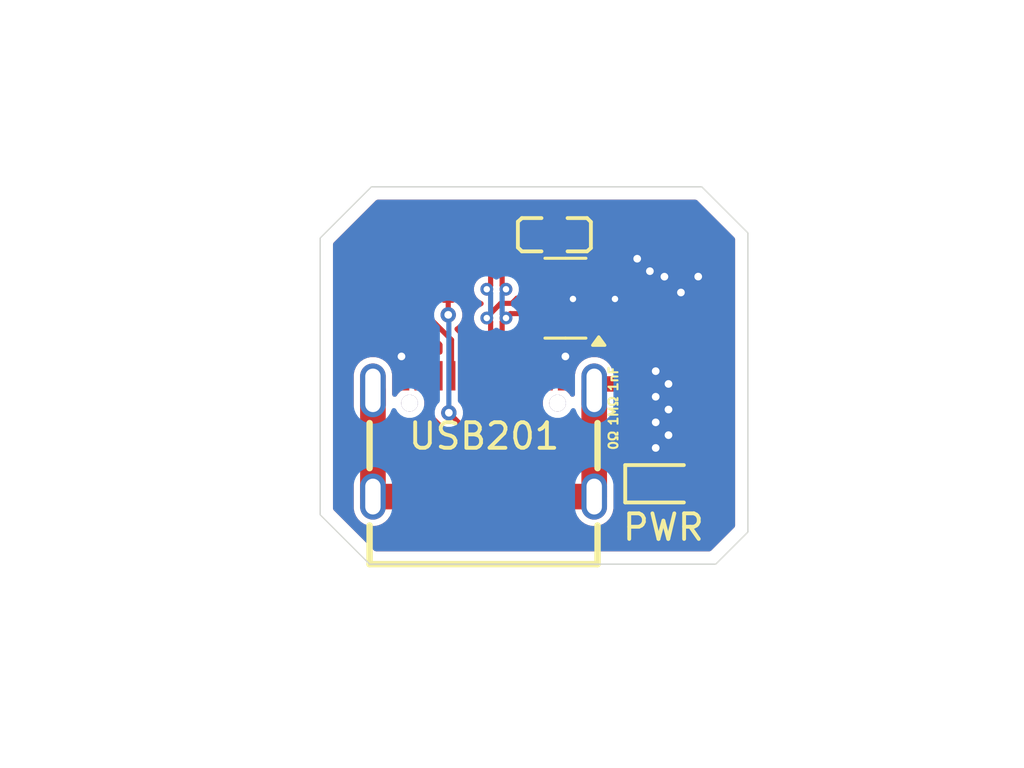
<source format=kicad_pcb>
(kicad_pcb (version 20241229) (generator "pcbnew") (generator_version "9.0")
  (layers (0 "F.Cu" signal) (2 "B.Cu" signal) (13 "F.Paste" user) (15 "B.Paste" user) (5 "F.SilkS" user "F.Silkscreen") (7 "B.SilkS" user "B.Silkscreen") (1 "F.Mask" user) (3 "B.Mask" user) (25 "Edge.Cuts" user))
  (net 0 "")
  (net 1 "VBUS_IN")
  (net 2 "SHIELD")
  (net 3 "D-")
  (net 4 "D+")
  (net 5 "5V_USB")
  (net 6 "Net-(U201-OUT)")
  (net 7 "GND")
  (net 8 "Net-(D201-Pad2)")
  (net 9 "Net-(USB201-CC1)")
  (net 10 "Net-(USB201-CC2)")
  (footprint "PCM_JLCPCB:R_0402" (layer "F.Cu") (at 145.1 137 180)
    (property "Reference" "R202" (hide yes))
    (property "Value" "0Ω" (at 1.15 -0.2 90) (layer "F.SilkS") (effects (font (size 0.35 0.35) (thickness 0.08) (bold yes))))
    (pad "1" smd roundrect (at -0.499999 0 180) (size 0.56 0.62) (layers "F.Cu" "F.Mask" "F.Paste") (net 7 "GND"))
    (pad "2" smd roundrect (at 0.499999 0 180) (size 0.56 0.62) (layers "F.Cu" "F.Mask" "F.Paste") (net 2 "SHIELD"))
  )
  (footprint "PCM_JLCPCB:C_0402" (layer "F.Cu") (at 145.4 129.6 -90)
    (property "Reference" "C202" (hide yes))
    (property "Value" "100nF" (hide yes))
    (pad "1" smd roundrect (at -0.499999 0 270) (size 0.56 0.62) (layers "F.Cu" "F.Mask" "F.Paste") (net 5 "5V_USB"))
    (pad "2" smd roundrect (at 0.499999 0 270) (size 0.56 0.62) (layers "F.Cu" "F.Mask" "F.Paste") (net 7 "GND"))
  )
  (footprint "PCM_JLCPCB:R_0402" (layer "F.Cu") (at 137.5 131.05 90)
    (property "Reference" "R205" (hide yes))
    (property "Value" "5.1kΩ" (hide yes))
    (pad "1" smd roundrect (at -0.499999 0 90) (size 0.56 0.62) (layers "F.Cu" "F.Mask" "F.Paste") (net 10 "Net-(USB201-CC2)"))
    (pad "2" smd roundrect (at 0.499999 0 90) (size 0.56 0.62) (layers "F.Cu" "F.Mask" "F.Paste") (net 7 "GND"))
  )
  (footprint "LCSC_Cache:L0603" (layer "F.Cu") (at 141.65 129.17)
    (property "Reference" "L201" (hide yes))
    (property "Value" "BLM18AG601SN1D" (hide yes))
    (fp_line (start -1.43 -0.51) (end -1.27 -0.65) (stroke (width 0.15)) (layer "F.SilkS"))
    (fp_line (start -1.43 0.5) (end -1.43 -0.51) (stroke (width 0.15)) (layer "F.SilkS"))
    (fp_line (start -1.28 -0.65) (end -0.51 -0.65) (stroke (width 0.15)) (layer "F.SilkS"))
    (fp_line (start -1.28 0.65) (end -0.51 0.65) (stroke (width 0.15)) (layer "F.SilkS"))
    (fp_line (start -1.27 0.65) (end -1.43 0.5) (stroke (width 0.15)) (layer "F.SilkS"))
    (fp_line (start 1.27 -0.65) (end 0.51 -0.65) (stroke (width 0.15)) (layer "F.SilkS"))
    (fp_line (start 1.27 -0.65) (end 1.42 -0.5) (stroke (width 0.15)) (layer "F.SilkS"))
    (fp_line (start 1.27 0.65) (end 0.51 0.65) (stroke (width 0.15)) (layer "F.SilkS"))
    (fp_line (start 1.42 -0.5) (end 1.42 0.52) (stroke (width 0.15)) (layer "F.SilkS"))
    (fp_line (start 1.42 0.52) (end 1.27 0.65) (stroke (width 0.15)) (layer "F.SilkS"))
    (pad "1" smd rect (at -0.7 0 180) (size 0.8 0.86) (layers "F.Cu" "F.Mask" "F.Paste") (net 6 "Net-(U201-OUT)"))
    (pad "2" smd rect (at 0.7 0 180) (size 0.8 0.86) (layers "F.Cu" "F.Mask" "F.Paste") (net 5 "5V_USB"))
  )
  (footprint "LCSC_Cache:USB-C-SMD_TYPE-C16PIN" (layer "F.Cu") (at 138.88 137.04)
    (property "Reference" "USB201" (at 0.02 0 0) (layer "F.SilkS"))
    (property "Value" "TYPE-C16PIN")
    (fp_line (start -4.45 -0.51) (end -4.45 1.25) (stroke (width 0.25)) (layer "F.SilkS"))
    (fp_line (start -4.45 3.49) (end -4.45 5) (stroke (width 0.25)) (layer "F.SilkS"))
    (fp_line (start -4.45 5) (end 4.45 5) (stroke (width 0.25)) (layer "F.SilkS"))
    (fp_line (start 4.45 1.25) (end 4.45 -0.51) (stroke (width 0.25)) (layer "F.SilkS"))
    (fp_line (start 4.45 5) (end 4.45 3.49) (stroke (width 0.25)) (layer "F.SilkS"))
    (pad "" thru_hole circle (at -2.89 -1.29) (size 0.65 0.65) (drill 0.65) (layers "*.Cu" "*.Mask"))
    (pad "" thru_hole circle (at 2.89 -1.29) (size 0.65 0.65) (drill 0.65) (layers "*.Cu" "*.Mask"))
    (pad "1" thru_hole oval (at -4.32 -1.79) (size 1 2.1) (drill oval 0.599999 1.700022) (layers "*.Cu" "*.Mask") (net 2 "SHIELD"))
    (pad "2" thru_hole oval (at 4.32 -1.79) (size 1 2.1) (drill oval 0.599999 1.700022) (layers "*.Cu" "*.Mask") (net 2 "SHIELD"))
    (pad "3" thru_hole oval (at -4.32 2.36) (size 1 1.8) (drill oval 0.599999 1.399997) (layers "*.Cu" "*.Mask") (net 2 "SHIELD"))
    (pad "4" thru_hole oval (at 4.32 2.36) (size 1 1.8) (drill oval 0.599999 1.399997) (layers "*.Cu" "*.Mask") (net 2 "SHIELD"))
    (pad "A1B12" smd rect (at -3.2 -2.36) (size 0.6 1.15) (layers "F.Cu" "F.Mask" "F.Paste") (net 7 "GND"))
    (pad "A4B9" smd rect (at -2.4 -2.36) (size 0.6 1.15) (layers "F.Cu" "F.Mask" "F.Paste") (net 1 "VBUS_IN"))
    (pad "A5" smd rect (at -1.25 -2.36) (size 0.3 1.15) (layers "F.Cu" "F.Mask" "F.Paste") (net 9 "Net-(USB201-CC1)"))
    (pad "A6" smd rect (at -0.25 -2.36) (size 0.3 1.15) (layers "F.Cu" "F.Mask" "F.Paste") (net 4 "D+"))
    (pad "A7" smd rect (at 0.25 -2.36) (size 0.3 1.15) (layers "F.Cu" "F.Mask" "F.Paste") (net 3 "D-"))
    (pad "A8" smd rect (at 1.25 -2.36) (size 0.3 1.15) (layers "F.Cu" "F.Mask" "F.Paste"))
    (pad "B1A12" smd rect (at 3.2 -2.36) (size 0.6 1.15) (layers "F.Cu" "F.Mask" "F.Paste") (net 7 "GND"))
    (pad "B4A9" smd rect (at 2.4 -2.36) (size 0.6 1.15) (layers "F.Cu" "F.Mask" "F.Paste") (net 1 "VBUS_IN"))
    (pad "B5" smd rect (at 1.75 -2.36) (size 0.3 1.15) (layers "F.Cu" "F.Mask" "F.Paste") (net 10 "Net-(USB201-CC2)"))
    (pad "B6" smd rect (at 0.75 -2.36) (size 0.3 1.15) (layers "F.Cu" "F.Mask" "F.Paste") (net 4 "D+"))
    (pad "B7" smd rect (at -0.75 -2.36) (size 0.3 1.15) (layers "F.Cu" "F.Mask" "F.Paste") (net 3 "D-"))
    (pad "B8" smd rect (at -1.75 -2.36) (size 0.3 1.15) (layers "F.Cu" "F.Mask" "F.Paste"))
  )
  (footprint "PCM_JLCPCB:C_0402" (layer "F.Cu") (at 145.1 135 180)
    (property "Reference" "C201" (hide yes))
    (property "Value" "1nF" (at 1.15 0.2 270) (layer "F.SilkS") (effects (font (size 0.35 0.35) (thickness 0.08) (bold yes))))
    (pad "1" smd roundrect (at -0.499999 0 180) (size 0.56 0.62) (layers "F.Cu" "F.Mask" "F.Paste") (net 7 "GND"))
    (pad "2" smd roundrect (at 0.499999 0 180) (size 0.56 0.62) (layers "F.Cu" "F.Mask" "F.Paste") (net 2 "SHIELD"))
  )
  (footprint "PCM_JLCPCB:C_0603" (layer "F.Cu") (at 146.6 130 -90)
    (property "Reference" "C203" (hide yes))
    (property "Value" "10uF" (hide yes))
    (pad "1" smd roundrect (at -0.78 0 270) (size 0.9 0.95) (layers "F.Cu" "F.Mask" "F.Paste") (net 5 "5V_USB"))
    (pad "2" smd roundrect (at 0.78 0 270) (size 0.9 0.95) (layers "F.Cu" "F.Mask" "F.Paste") (net 7 "GND"))
  )
  (footprint "PCM_JLCPCB:D_0603" (layer "F.Cu") (at 145.9 138.9)
    (property "Reference" "D201" (hide yes))
    (property "Value" "PWR" (at 0 1.7 0) (layer "F.SilkS"))
    (fp_line (start -1.49 -0.73) (end -1.49 0.73) (stroke (width 0.15)) (layer "F.SilkS"))
    (fp_line (start -1.49 0.73) (end 0.8 0.73) (stroke (width 0.15)) (layer "F.SilkS"))
    (fp_line (start 0.8 -0.73) (end -1.49 -0.73) (stroke (width 0.15)) (layer "F.SilkS"))
    (pad "1" smd roundrect (at -0.79 0) (size 0.88 0.95) (layers "F.Cu" "F.Mask" "F.Paste") (net 7 "GND"))
    (pad "2" smd roundrect (at 0.79 0) (size 0.88 0.95) (layers "F.Cu" "F.Mask" "F.Paste") (net 8 "Net-(D201-Pad2)"))
  )
  (footprint "PCM_JLCPCB:R_0402" (layer "F.Cu") (at 145.1 136 180)
    (property "Reference" "R201" (hide yes))
    (property "Value" "1MΩ" (at 1.15 -0.05 90) (layer "F.SilkS") (effects (font (size 0.35 0.35) (thickness 0.08) (bold yes))))
    (pad "1" smd roundrect (at -0.499999 0 180) (size 0.56 0.62) (layers "F.Cu" "F.Mask" "F.Paste") (net 7 "GND"))
    (pad "2" smd roundrect (at 0.499999 0 180) (size 0.56 0.62) (layers "F.Cu" "F.Mask" "F.Paste") (net 2 "SHIELD"))
  )
  (footprint "PCM_JLCPCB:R_0402" (layer "F.Cu") (at 147 137.1 -90)
    (property "Reference" "R203" (hide yes))
    (property "Value" "120kΩ" (hide yes))
    (pad "1" smd roundrect (at -0.499999 0 270) (size 0.56 0.62) (layers "F.Cu" "F.Mask" "F.Paste") (net 5 "5V_USB"))
    (pad "2" smd roundrect (at 0.499999 0 270) (size 0.56 0.62) (layers "F.Cu" "F.Mask" "F.Paste") (net 8 "Net-(D201-Pad2)"))
  )
  (footprint "PCM_JLCPCB:R_0402" (layer "F.Cu") (at 136.45 131.05 90)
    (property "Reference" "R204" (hide yes))
    (property "Value" "5.1kΩ" (hide yes))
    (pad "1" smd roundrect (at -0.499999 0 90) (size 0.56 0.62) (layers "F.Cu" "F.Mask" "F.Paste") (net 9 "Net-(USB201-CC1)"))
    (pad "2" smd roundrect (at 0.499999 0 90) (size 0.56 0.62) (layers "F.Cu" "F.Mask" "F.Paste") (net 7 "GND"))
  )
  (footprint "Package_TO_SOT_SMD:SOT-23-6" (layer "F.Cu") (at 142.076 131.65 180)
    (property "Reference" "U201" (hide yes))
    (property "Value" "TPD3S044" (hide yes))
    (fp_line (start 0 1.560001) (end 0.8 1.56) (stroke (width 0.12)) (layer "F.SilkS"))
    (fp_line (start 0 1.560001) (end -0.8 1.56) (stroke (width 0.12)) (layer "F.SilkS"))
    (fp_line (start 0 -1.560001) (end 0.8 -1.56) (stroke (width 0.12)) (layer "F.SilkS"))
    (fp_line (start 0 -1.560001) (end -0.8 -1.56) (stroke (width 0.12)) (layer "F.SilkS"))
    (fp_poly (pts (xy -1.3 -1.51) (xy -1.54 -1.84) (xy -1.06 -1.84)) (stroke (width 0.12)) (fill yes) (layer "F.SilkS"))
    (pad "1" smd roundrect (at -1.1375 -0.949999 180) (size 1.325 0.6) (layers "F.Cu" "F.Mask" "F.Paste") (net 1 "VBUS_IN"))
    (pad "2" smd roundrect (at -1.1375 0 180) (size 1.325 0.6) (layers "F.Cu" "F.Mask" "F.Paste") (net 7 "GND"))
    (pad "3" smd roundrect (at -1.1375 0.949999 180) (size 1.325 0.6) (layers "F.Cu" "F.Mask" "F.Paste") (net 1 "VBUS_IN"))
    (pad "4" smd roundrect (at 1.1375 0.949999 180) (size 1.325 0.6) (layers "F.Cu" "F.Mask" "F.Paste") (net 6 "Net-(U201-OUT)"))
    (pad "5" smd roundrect (at 1.1375 0 180) (size 1.325 0.6) (layers "F.Cu" "F.Mask" "F.Paste") (net 3 "D-"))
    (pad "6" smd roundrect (at 1.1375 -0.949999 180) (size 1.325 0.6) (layers "F.Cu" "F.Mask" "F.Paste") (net 4 "D+"))
  )
  (gr_poly (pts (xy 134.43 142.04) (xy 147.945 142.04) (xy 149.2 140.785) (xy 149.2 129.1) (xy 147.4 127.3) (xy 134.5 127.3) (xy 132.5 129.3) (xy 132.5 140.11)) (stroke (width 0.05)) (fill no) (layer "Edge.Cuts"))
  (segment (start 144.1935 130.700001) (end 143.2135 130.700001) (width 0.2) (layer "F.Cu") (net 1))
  (segment (start 142.859031 130.700001) (end 143.2135 130.700001) (width 0.2) (layer "F.Cu") (net 1))
  (segment (start 137.6 137.05) (end 140.4 137.05) (width 0.2) (layer "F.Cu") (net 1))
  (segment (start 136.666 134.866) (end 136.666 136.116) (width 0.2) (layer "F.Cu") (net 1))
  (segment (start 144.16 132.599999) (end 144.67 132.089999) (width 0.2) (layer "F.Cu") (net 1))
  (segment (start 141.094 134.866) (end 141.28 134.68) (width 0.2) (layer "F.Cu") (net 1))
  (segment (start 140.4 137.05) (end 141.094 136.356) (width 0.2) (layer "F.Cu") (net 1))
  (segment (start 143.2135 132.599999) (end 142.859031 132.599999) (width 0.2) (layer "F.Cu") (net 1))
  (segment (start 136.48 134.68) (end 136.666 134.866) (width 0.2) (layer "F.Cu") (net 1))
  (segment (start 141.28 134.68) (end 141.28 133.870057) (width 0.2) (layer "F.Cu") (net 1))
  (segment (start 143.2135 132.599999) (end 144.16 132.599999) (width 0.2) (layer "F.Cu") (net 1))
  (segment (start 136.475 134.675) (end 136.48 134.68) (width 0.2) (layer "F.Cu") (net 1))
  (segment (start 136.666 136.116) (end 137.6 137.05) (width 0.2) (layer "F.Cu") (net 1))
  (segment (start 141.275 134.675) (end 141.28 134.68) (width 0.2) (layer "F.Cu") (net 1))
  (segment (start 144.67 132.089999) (end 144.67 131.176501) (width 0.2) (layer "F.Cu") (net 1))
  (segment (start 144.67 131.176501) (end 144.1935 130.700001) (width 0.2) (layer "F.Cu") (net 1))
  (segment (start 141.094 136.356) (end 141.094 134.866) (width 0.2) (layer "F.Cu") (net 1))
  (segment (start 141.28 133.870057) (end 142.550058 132.599999) (width 0.2) (layer "F.Cu") (net 1))
  (segment (start 142.550058 132.599999) (end 143.2135 132.599999) (width 0.2) (layer "F.Cu") (net 1))
  (segment (start 143.2 139.4) (end 134.56 139.4) (width 1) (layer "F.Cu") (net 2))
  (segment (start 134.56 139.4) (end 134.56 135.25) (width 1) (layer "F.Cu") (net 2))
  (segment (start 143.2 135.25) (end 143.2 139.4) (width 1) (layer "F.Cu") (net 2))
  (segment (start 144.600001 135) (end 144.600001 137) (width 0.6) (layer "F.Cu") (net 2))
  (segment (start 144.500001 135) (end 143.45 135) (width 0.6) (layer "F.Cu") (net 2))
  (segment (start 139.13 133.853) (end 139.13 134.68) (width 0.2) (layer "F.Cu") (net 3))
  (segment (start 139.13 134.68) (end 139.154999 134.655001) (width 0.2) (layer "F.Cu") (net 3))
  (segment (start 138.13 133.853) (end 138.179 133.804) (width 0.2) (layer "F.Cu") (net 3))
  (segment (start 139.983232 131.851) (end 140.184232 131.65) (width 0.2) (layer "F.Cu") (net 3))
  (segment (start 139.154999 132.574694) (end 139.005 132.424695) (width 0.2) (layer "F.Cu") (net 3))
  (segment (start 140.184232 131.65) (end 140.5365 131.65) (width 0.2) (layer "F.Cu") (net 3))
  (segment (start 139.081 133.804) (end 139.13 133.853) (width 0.2) (layer "F.Cu") (net 3))
  (segment (start 139.549463 131.851) (end 139.983232 131.851) (width 0.2) (layer "F.Cu") (net 3))
  (segment (start 139.005 132.395463) (end 139.549463 131.851) (width 0.2) (layer "F.Cu") (net 3))
  (segment (start 139.005 131.3) (end 139.155 131.15) (width 0.2) (layer "F.Cu") (net 3))
  (segment (start 139.005 132.424695) (end 139.005 132.395463) (width 0.2) (layer "F.Cu") (net 3))
  (segment (start 139.154999 134.655001) (end 139.154999 132.574694) (width 0.2) (layer "F.Cu") (net 3))
  (segment (start 138.13 134.68) (end 138.13 133.853) (width 0.2) (layer "F.Cu") (net 3))
  (segment (start 138.179 133.804) (end 139.081 133.804) (width 0.2) (layer "F.Cu") (net 3))
  (segment (start 139.155 131.15) (end 139.155 128.35) (width 0.2) (layer "F.Cu") (net 3))
  (via (at 139.005 131.3) (size 0.5) (drill 0.25) (layers "F.Cu" "B.Cu") (net 3))
  (via (at 139.005 132.424695) (size 0.5) (drill 0.25) (layers "F.Cu" "B.Cu") (net 3))
  (segment (start 139.005 132.424695) (end 139.154999 132.274696) (width 0.2) (layer "B.Cu") (net 3))
  (segment (start 139.154999 132.274696) (end 139.154999 131.449999) (width 0.2) (layer "B.Cu") (net 3))
  (segment (start 139.154999 131.449999) (end 139.005 131.3) (width 0.2) (layer "B.Cu") (net 3))
  (segment (start 138.63 134.68) (end 138.63 135.507) (width 0.2) (layer "F.Cu") (net 4))
  (segment (start 139.63 135.507) (end 139.63 134.68) (width 0.2) (layer "F.Cu") (net 4))
  (segment (start 138.679 135.556) (end 139.581 135.556) (width 0.2) (layer "F.Cu") (net 4))
  (segment (start 139.755 132.424695) (end 139.927695 132.252) (width 0.2) (layer "F.Cu") (net 4))
  (segment (start 139.581 135.556) (end 139.63 135.507) (width 0.2) (layer "F.Cu") (net 4))
  (segment (start 139.63 134.68) (end 139.605001 134.655001) (width 0.2) (layer "F.Cu") (net 4))
  (segment (start 139.605001 133.15) (end 139.605001 132.574694) (width 0.2) (layer "F.Cu") (net 4))
  (segment (start 139.605001 134.655001) (end 139.605001 133.15) (width 0.2) (layer "F.Cu") (net 4))
  (segment (start 139.755 131.3) (end 139.605 131.15) (width 0.2) (layer "F.Cu") (net 4))
  (segment (start 139.927695 132.252) (end 140.590501 132.252) (width 0.2) (layer "F.Cu") (net 4))
  (segment (start 138.63 135.507) (end 138.679 135.556) (width 0.2) (layer "F.Cu") (net 4))
  (segment (start 140.590501 132.252) (end 140.9385 132.599999) (width 0.2) (layer "F.Cu") (net 4))
  (segment (start 139.605001 132.574694) (end 139.755 132.424695) (width 0.2) (layer "F.Cu") (net 4))
  (segment (start 139.605 131.15) (end 139.605 128.35) (width 0.2) (layer "F.Cu") (net 4))
  (via (at 139.755 132.424695) (size 0.5) (drill 0.25) (layers "F.Cu" "B.Cu") (net 4))
  (via (at 139.755 131.3) (size 0.5) (drill 0.25) (layers "F.Cu" "B.Cu") (net 4))
  (segment (start 139.755 132.424695) (end 139.605001 132.274696) (width 0.2) (layer "B.Cu") (net 4))
  (segment (start 139.605001 131.449999) (end 139.755 131.3) (width 0.2) (layer "B.Cu") (net 4))
  (segment (start 139.605001 132.274696) (end 139.605001 131.449999) (width 0.2) (layer "B.Cu") (net 4))
  (segment (start 146.82 129.22) (end 146.6 129.22) (width 0.2) (layer "F.Cu") (net 5))
  (segment (start 146.9 132.9) (end 148.1 131.7) (width 0.2) (layer "F.Cu") (net 5))
  (segment (start 148.1 130.5) (end 146.82 129.22) (width 0.2) (layer "F.Cu") (net 5))
  (segment (start 148.1 131.7) (end 148.1 130.5) (width 0.2) (layer "F.Cu") (net 5))
  (segment (start 142.35 129.17) (end 146.55 129.17) (width 0.6) (layer "F.Cu") (net 5))
  (segment (start 146.9 136.600001) (end 146.9 132.9) (width 0.2) (layer "F.Cu") (net 5))
  (segment (start 140.9385 129.1815) (end 140.95 129.17) (width 0.2) (layer "F.Cu") (net 6))
  (segment (start 140.9385 130.700001) (end 140.9385 129.1815) (width 0.6) (layer "F.Cu") (net 6))
  (segment (start 142.08 133.93) (end 142.075 133.925) (width 0.2) (layer "F.Cu") (net 7))
  (via (at 144.877757 130.107571) (size 0.6) (drill 0.3) (layers "F.Cu" "B.Cu") (net 7))
  (via (at 145.6 135.5) (size 0.6) (drill 0.3) (layers "F.Cu" "B.Cu") (net 7))
  (via (at 144.01 131.68) (size 0.5) (drill 0.25) (layers "F.Cu" "B.Cu") (net 7))
  (via (at 145.6 137.5) (size 0.6) (drill 0.3) (layers "F.Cu" "B.Cu") (net 7))
  (via (at 142.37 131.68) (size 0.5) (drill 0.25) (layers "F.Cu" "B.Cu") (net 7))
  (via (at 145.6 134.5) (size 0.6) (drill 0.3) (layers "F.Cu" "B.Cu") (net 7))
  (via (at 145.940671 130.809214) (size 0.6) (drill 0.3) (layers "F.Cu" "B.Cu") (net 7))
  (via (at 147.260357 130.806228) (size 0.6) (drill 0.3) (layers "F.Cu" "B.Cu") (net 7))
  (via (at 142.075 133.925) (size 0.6) (drill 0.3) (layers "F.Cu" "B.Cu") (net 7))
  (via (at 146.1 137) (size 0.6) (drill 0.3) (layers "F.Cu" "B.Cu") (net 7))
  (via (at 146.1 136) (size 0.6) (drill 0.3) (layers "F.Cu" "B.Cu") (net 7))
  (via (at 145.373385 130.594242) (size 0.6) (drill 0.3) (layers "F.Cu" "B.Cu") (net 7))
  (via (at 145.6 136.5) (size 0.6) (drill 0.3) (layers "F.Cu" "B.Cu") (net 7))
  (via (at 146.1 135) (size 0.6) (drill 0.3) (layers "F.Cu" "B.Cu") (net 7))
  (via (at 146.585585 131.427257) (size 0.6) (drill 0.3) (layers "F.Cu" "B.Cu") (net 7))
  (via (at 135.675 133.925) (size 0.6) (drill 0.3) (layers "F.Cu" "B.Cu") (net 7))
  (segment (start 147 137.599999) (end 147 138.59) (width 0.2) (layer "F.Cu") (net 8))
  (segment (start 147 138.59) (end 146.69 138.9) (width 0.2) (layer "F.Cu") (net 8))
  (segment (start 137.63 134.68) (end 137.63 133.279943) (width 0.2) (layer "F.Cu") (net 9))
  (segment (start 137.63 133.279943) (end 136.45 132.099943) (width 0.2) (layer "F.Cu") (net 9))
  (segment (start 136.45 132.099943) (end 136.45 131.549999) (width 0.2) (layer "F.Cu") (net 9))
  (segment (start 138.04753 136.649) (end 137.524265 136.125735) (width 0.2) (layer "F.Cu") (net 10))
  (segment (start 140.63 134.68) (end 140.63 136.2529) (width 0.2) (layer "F.Cu") (net 10))
  (segment (start 140.63 136.2529) (end 140.2339 136.649) (width 0.2) (layer "F.Cu") (net 10))
  (segment (start 138.05 136.649) (end 138.04753 136.649) (width 0.2) (layer "F.Cu") (net 10))
  (segment (start 140.2339 136.649) (end 138.05 136.649) (width 0.2) (layer "F.Cu") (net 10))
  (segment (start 137.5 132.3) (end 137.5 131.549999) (width 0.2) (layer "F.Cu") (net 10))
  (via (at 137.524265 136.125735) (size 0.6) (drill 0.3) (layers "F.Cu" "B.Cu") (net 10))
  (via (at 137.5 132.3) (size 0.6) (drill 0.3) (layers "F.Cu" "B.Cu") (net 10))
  (segment (start 137.524265 132.324265) (end 137.5 132.3) (width 0.2) (layer "B.Cu") (net 10))
  (segment (start 137.524265 136.125735) (end 137.524265 132.324265) (width 0.2) (layer "B.Cu") (net 10))
  (zone (net 7) (net_name "GND") (layers "F.Cu" "B.Cu") (connect_pads (clearance 0.25)) (min_thickness 0.2) (fill yes (thermal_gap 0.5) (thermal_bridge_width 0.5))
    (polygon (pts (xy 125 120) (xy 155 120) (xy 160 125) (xy 160 150) (xy 125 150) (xy 120 145) (xy 120 125)))
  )
)
</source>
